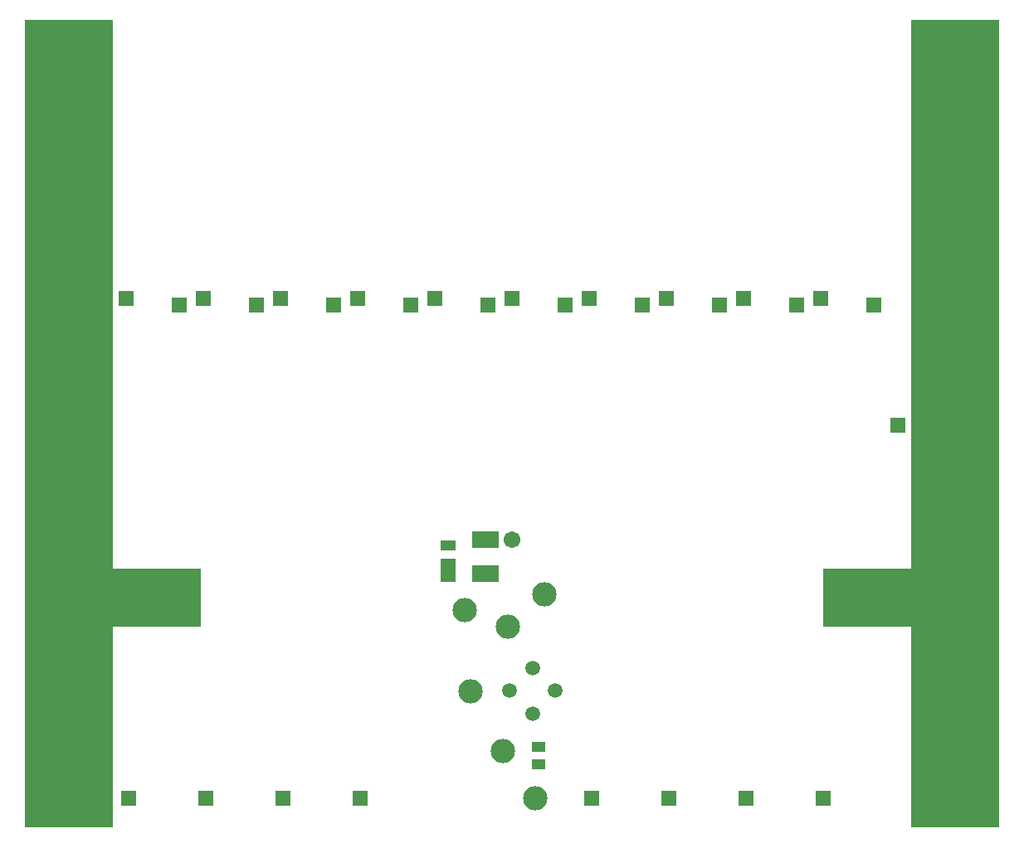
<source format=gbs>
G75*
%MOIN*%
%OFA0B0*%
%FSLAX25Y25*%
%IPPOS*%
%LPD*%
%AMOC8*
5,1,8,0,0,1.08239X$1,22.5*
%
%ADD10R,0.35433X3.24803*%
%ADD11R,0.37402X0.23622*%
%ADD12R,0.05524X0.03950*%
%ADD13C,0.05950*%
%ADD14R,0.05950X0.05950*%
%ADD15C,0.09800*%
%ADD16R,0.06312X0.09461*%
%ADD17R,0.06312X0.04343*%
%ADD18R,0.10800X0.06784*%
%ADD19R,0.10800X0.06745*%
%ADD20C,0.17635*%
%ADD21C,0.06706*%
D10*
X0049517Y0204202D03*
X0405816Y0204202D03*
D11*
X0371367Y0134320D03*
X0083965Y0134320D03*
D12*
X0238194Y0074288D03*
X0238194Y0067202D03*
D13*
X0235857Y0087843D03*
X0244888Y0096871D03*
X0235857Y0105898D03*
X0226825Y0096871D03*
D14*
X0259784Y0053532D03*
X0290784Y0053532D03*
X0321784Y0053532D03*
X0352784Y0053532D03*
X0403910Y0201068D03*
X0382784Y0203532D03*
X0372910Y0252068D03*
X0351784Y0254532D03*
X0341910Y0252068D03*
X0320784Y0254532D03*
X0310910Y0252068D03*
X0289784Y0254532D03*
X0279910Y0252068D03*
X0258784Y0254532D03*
X0248910Y0252068D03*
X0227784Y0254532D03*
X0217910Y0252068D03*
X0196784Y0254532D03*
X0186910Y0252068D03*
X0165784Y0254532D03*
X0155910Y0252068D03*
X0134784Y0254532D03*
X0124910Y0252068D03*
X0103784Y0254532D03*
X0093910Y0252068D03*
X0072784Y0254532D03*
X0041784Y0203532D03*
X0062910Y0201068D03*
X0073784Y0053532D03*
X0104784Y0053532D03*
X0135784Y0053532D03*
X0166784Y0053532D03*
D15*
X0210847Y0096800D03*
X0223847Y0072800D03*
X0236847Y0053800D03*
X0225894Y0122769D03*
X0208548Y0129265D03*
X0240769Y0135784D03*
D16*
X0201847Y0145469D03*
D17*
X0201847Y0155509D03*
D18*
X0216847Y0157532D03*
D19*
X0216847Y0144068D03*
D20*
X0047548Y0054595D03*
X0047548Y0353808D03*
X0407784Y0353808D03*
X0407784Y0054595D03*
D21*
X0227580Y0157532D03*
M02*

</source>
